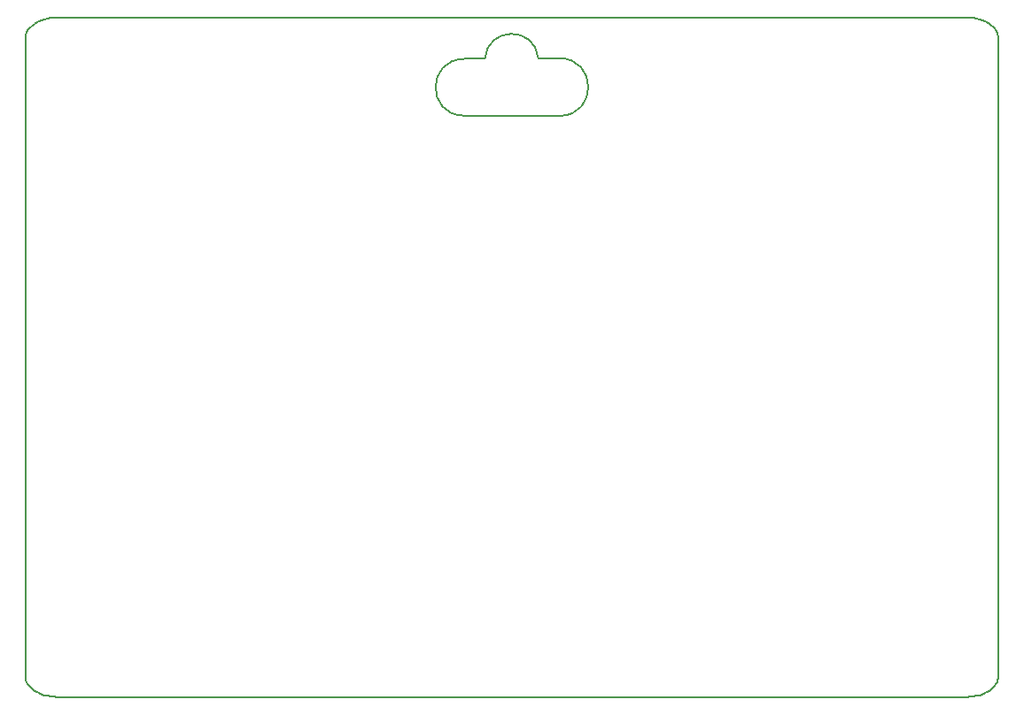
<source format=gm1>
G04 #@! TF.GenerationSoftware,KiCad,Pcbnew,(6.0.0)*
G04 #@! TF.CreationDate,2022-02-16T09:51:19+01:00*
G04 #@! TF.ProjectId,drawing.kicad_v2_pcb,64726177-696e-4672-9e6b-696361645f76,v2.1*
G04 #@! TF.SameCoordinates,Original*
G04 #@! TF.FileFunction,Profile,NP*
%FSLAX46Y46*%
G04 Gerber Fmt 4.6, Leading zero omitted, Abs format (unit mm)*
G04 Created by KiCad (PCBNEW (6.0.0)) date 2022-02-16 09:51:19*
%MOMM*%
%LPD*%
G01*
G04 APERTURE LIST*
G04 #@! TA.AperFunction,Profile*
%ADD10C,0.150000*%
G04 #@! TD*
%ADD11C,0.200000*%
G04 #@! TA.AperFunction,Profile*
%ADD12C,0.200000*%
G04 #@! TD*
G04 APERTURE END LIST*
D10*
X157096620Y-70834873D02*
X147866620Y-70804873D01*
X147916669Y-65364807D02*
X149926620Y-65364873D01*
X157036620Y-65324874D02*
X155026620Y-65314873D01*
X155026619Y-65314873D02*
G75*
G03*
X149926620Y-65364873I-2548019J-227008D01*
G01*
X147916669Y-65394800D02*
G75*
G03*
X147866620Y-70804873I0J-2705268D01*
G01*
X157096620Y-70834872D02*
G75*
G03*
X157036620Y-65324874I-41644J2754872D01*
G01*
D11*
X199009991Y-124410835D02*
X198994558Y-124617854D01*
X198949252Y-124818762D01*
X198875557Y-125012559D01*
X198774959Y-125198246D01*
X198648943Y-125374823D01*
X198498994Y-125541290D01*
X198326598Y-125696648D01*
X198133240Y-125839897D01*
X197920406Y-125970037D01*
X197689580Y-126086068D01*
X197442248Y-126186991D01*
X197179896Y-126271807D01*
X196904009Y-126339514D01*
X196616072Y-126389115D01*
X196317570Y-126419608D01*
X196009990Y-126429995D01*
X196009990Y-61430000D02*
X196317570Y-61440386D01*
X196616072Y-61470880D01*
X196904009Y-61520480D01*
X197179896Y-61588188D01*
X197442248Y-61673004D01*
X197689580Y-61773927D01*
X197920406Y-61889959D01*
X198133240Y-62020099D01*
X198326598Y-62163348D01*
X198498994Y-62318706D01*
X198648943Y-62485173D01*
X198774959Y-62661750D01*
X198875557Y-62847436D01*
X198949252Y-63041233D01*
X198994558Y-63242140D01*
X199009991Y-63449159D01*
D12*
X109010000Y-61430000D02*
X109010000Y-61430000D01*
D11*
X109010000Y-126429995D02*
X108702419Y-126419608D01*
X108403917Y-126389115D01*
X108115979Y-126339514D01*
X107840092Y-126271807D01*
X107577739Y-126186991D01*
X107330408Y-126086068D01*
X107099582Y-125970037D01*
X106886747Y-125839897D01*
X106693389Y-125696648D01*
X106520992Y-125541290D01*
X106371043Y-125374823D01*
X106245027Y-125198246D01*
X106144429Y-125012559D01*
X106070734Y-124818762D01*
X106025428Y-124617854D01*
X106009996Y-124410835D01*
D12*
X196009990Y-126429995D02*
X109010000Y-126429995D01*
X199009991Y-63449159D02*
X199009991Y-124410835D01*
D11*
X106009996Y-63449159D02*
X106025428Y-63242140D01*
X106070734Y-63041233D01*
X106144429Y-62847436D01*
X106245027Y-62661750D01*
X106371043Y-62485173D01*
X106520992Y-62318706D01*
X106693389Y-62163348D01*
X106886747Y-62020099D01*
X107099582Y-61889959D01*
X107330408Y-61773927D01*
X107577739Y-61673004D01*
X107840092Y-61588188D01*
X108115979Y-61520480D01*
X108403917Y-61470880D01*
X108702419Y-61440386D01*
X109010000Y-61430000D01*
D12*
X106009996Y-124410835D02*
X106009996Y-63449159D01*
X109010000Y-61430000D02*
X196009990Y-61430000D01*
M02*

</source>
